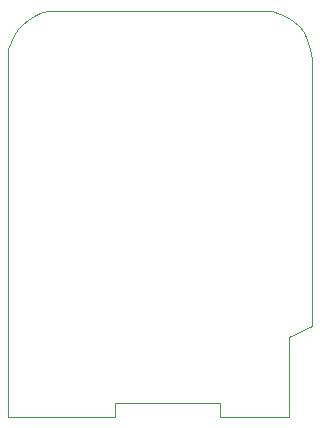
<source format=gm1>
G04 #@! TF.FileFunction,Profile,NP*
%FSLAX46Y46*%
G04 Gerber Fmt 4.6, Leading zero omitted, Abs format (unit mm)*
G04 Created by KiCad (PCBNEW 4.0.2+dfsg1-2~bpo8+1-stable) date mer. 29 juin 2016 11:45:21 CEST*
%MOMM*%
G01*
G04 APERTURE LIST*
%ADD10C,0.100000*%
G04 APERTURE END LIST*
D10*
X149762480Y-106014181D02*
X149800000Y-112800000D01*
X151706026Y-105053285D02*
X149762480Y-106014181D01*
X151681078Y-82498193D02*
X151706026Y-105053285D01*
X151565482Y-81605425D02*
X151681078Y-82498193D01*
X151337122Y-80850387D02*
X151565482Y-81605425D01*
X151009595Y-80218540D02*
X151337122Y-80850387D01*
X150596503Y-79695342D02*
X151009595Y-80218540D01*
X150111445Y-79266257D02*
X150596503Y-79695342D01*
X149568018Y-78916742D02*
X150111445Y-79266257D01*
X148979824Y-78632259D02*
X149568018Y-78916742D01*
X148360460Y-78398266D02*
X148979824Y-78632259D01*
X129322547Y-78427024D02*
X148360460Y-78398266D01*
X128724750Y-78612690D02*
X129322547Y-78427024D01*
X128180560Y-78859623D02*
X128724750Y-78612690D01*
X127689488Y-79167259D02*
X128180560Y-78859623D01*
X127251047Y-79535048D02*
X127689488Y-79167259D01*
X126864747Y-79962423D02*
X127251047Y-79535048D01*
X126530099Y-80448833D02*
X126864747Y-79962423D01*
X126246616Y-80993714D02*
X126530099Y-80448833D01*
X126013805Y-81596507D02*
X126246616Y-80993714D01*
X125999807Y-112766658D02*
X126013805Y-81596507D01*
X135080603Y-112792736D02*
X125999807Y-112766658D01*
X135078627Y-111590483D02*
X135080603Y-112792736D01*
X143909849Y-111583795D02*
X135078627Y-111590483D01*
X143900000Y-112800000D02*
X143909849Y-111583795D01*
X149800000Y-112800000D02*
X143900000Y-112800000D01*
M02*

</source>
